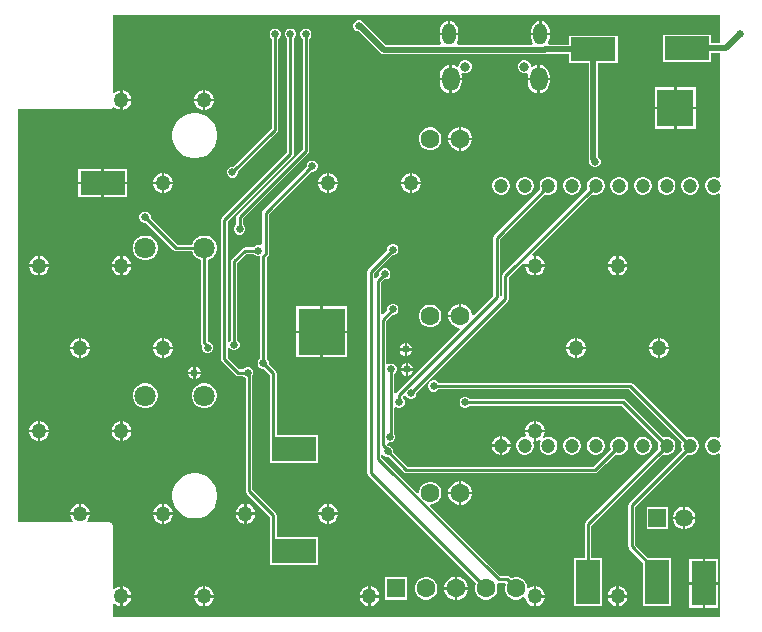
<source format=gbr>
%TF.GenerationSoftware,Altium Limited,Altium Designer,21.6.1 (37)*%
G04 Layer_Physical_Order=2*
G04 Layer_Color=16711680*
%FSLAX43Y43*%
%MOMM*%
%TF.SameCoordinates,722F286E-688C-4CC3-9CBB-BCC5CCC684D6*%
%TF.FilePolarity,Positive*%
%TF.FileFunction,Copper,L2,Bot,Signal*%
%TF.Part,Single*%
G01*
G75*
%TA.AperFunction,SMDPad,CuDef*%
%ADD15R,3.100X3.100*%
%ADD20R,3.930X3.930*%
%TA.AperFunction,Conductor*%
%ADD25C,0.254*%
%ADD26C,0.500*%
%TA.AperFunction,ComponentPad*%
%ADD29O,1.450X2.000*%
%ADD30O,1.150X1.800*%
%ADD31C,0.800*%
%ADD32C,1.200*%
%ADD33C,1.600*%
%ADD34R,1.600X1.600*%
%ADD35R,1.500X1.500*%
%ADD36C,1.500*%
%ADD37C,1.800*%
%TA.AperFunction,ViaPad*%
%ADD38C,0.650*%
%ADD39C,1.270*%
%ADD40C,0.750*%
%TA.AperFunction,SMDPad,CuDef*%
%ADD41R,2.030X3.800*%
%ADD42R,3.800X2.030*%
G36*
X59690Y48808D02*
X58950D01*
Y49565D01*
X54850D01*
Y47235D01*
X58950D01*
Y47992D01*
X59690D01*
Y37479D01*
X59540Y37396D01*
X59439Y37454D01*
X59249Y37505D01*
X59051D01*
X58861Y37454D01*
X58689Y37355D01*
X58550Y37216D01*
X58451Y37044D01*
X58400Y36854D01*
Y36656D01*
X58451Y36466D01*
X58550Y36294D01*
X58689Y36155D01*
X58861Y36056D01*
X59051Y36005D01*
X59249D01*
X59439Y36056D01*
X59540Y36114D01*
X59690Y36031D01*
Y15479D01*
X59540Y15396D01*
X59439Y15454D01*
X59249Y15505D01*
X59051D01*
X58861Y15454D01*
X58689Y15355D01*
X58550Y15216D01*
X58451Y15044D01*
X58400Y14854D01*
Y14656D01*
X58451Y14466D01*
X58550Y14294D01*
X58689Y14155D01*
X58861Y14056D01*
X59051Y14005D01*
X59249D01*
X59439Y14056D01*
X59540Y14114D01*
X59690Y14031D01*
Y255D01*
X8255D01*
Y1352D01*
X8405Y1414D01*
X8487Y1332D01*
X8678Y1222D01*
X8890Y1165D01*
X8900D01*
Y2000D01*
Y2835D01*
X8890D01*
X8678Y2778D01*
X8487Y2668D01*
X8405Y2586D01*
X8255Y2648D01*
Y8000D01*
X8235Y8098D01*
X8180Y8180D01*
X8098Y8235D01*
X8000Y8255D01*
X6148D01*
X6086Y8405D01*
X6168Y8487D01*
X6278Y8678D01*
X6335Y8890D01*
Y8900D01*
X4665D01*
Y8890D01*
X4722Y8678D01*
X4832Y8487D01*
X4914Y8405D01*
X4852Y8255D01*
X255D01*
Y43245D01*
X8000D01*
X8098Y43265D01*
X8180Y43320D01*
X8224Y43385D01*
X8283Y43410D01*
X8393Y43426D01*
X8487Y43332D01*
X8678Y43222D01*
X8890Y43165D01*
X8900D01*
Y44000D01*
Y44835D01*
X8890D01*
X8678Y44778D01*
X8487Y44668D01*
X8405Y44586D01*
X8255Y44648D01*
Y51245D01*
X59690D01*
Y48808D01*
D02*
G37*
%LPC*%
G36*
X44575Y50685D02*
Y49691D01*
X45257D01*
Y49916D01*
X45230Y50118D01*
X45152Y50307D01*
X45028Y50469D01*
X44866Y50593D01*
X44677Y50671D01*
X44575Y50685D01*
D02*
G37*
G36*
X36825Y50685D02*
Y49691D01*
X37507D01*
Y49916D01*
X37480Y50118D01*
X37402Y50307D01*
X37278Y50469D01*
X37116Y50593D01*
X36927Y50671D01*
X36825Y50685D01*
D02*
G37*
G36*
X36625Y50685D02*
X36523Y50671D01*
X36334Y50593D01*
X36172Y50469D01*
X36048Y50307D01*
X35970Y50118D01*
X35943Y49916D01*
Y49691D01*
X36625D01*
Y50685D01*
D02*
G37*
G36*
X44375Y50685D02*
X44273Y50671D01*
X44084Y50593D01*
X43922Y50469D01*
X43798Y50307D01*
X43720Y50118D01*
X43693Y49916D01*
Y49691D01*
X44375D01*
Y50685D01*
D02*
G37*
G36*
X38209Y47391D02*
X37991D01*
X37788Y47307D01*
X37634Y47153D01*
X37550Y46950D01*
Y46903D01*
X37400Y46829D01*
X37341Y46874D01*
X37116Y46967D01*
X36975Y46986D01*
Y45891D01*
X37808D01*
Y46066D01*
X37789Y46212D01*
X37926Y46318D01*
X37991Y46291D01*
X38209D01*
X38412Y46375D01*
X38566Y46529D01*
X38650Y46732D01*
Y46950D01*
X38566Y47153D01*
X38412Y47307D01*
X38209Y47391D01*
D02*
G37*
G36*
X44425Y46986D02*
Y45891D01*
X45258D01*
Y46066D01*
X45226Y46307D01*
X45133Y46532D01*
X44985Y46726D01*
X44791Y46874D01*
X44566Y46967D01*
X44425Y46986D01*
D02*
G37*
G36*
X36775Y46986D02*
X36634Y46967D01*
X36409Y46874D01*
X36215Y46726D01*
X36067Y46532D01*
X35974Y46307D01*
X35942Y46066D01*
Y45891D01*
X36775D01*
Y46986D01*
D02*
G37*
G36*
X43209Y47391D02*
X42991D01*
X42788Y47307D01*
X42634Y47153D01*
X42550Y46950D01*
Y46732D01*
X42634Y46529D01*
X42788Y46375D01*
X42991Y46291D01*
X43209D01*
X43274Y46318D01*
X43411Y46212D01*
X43392Y46066D01*
Y45891D01*
X44225D01*
Y46986D01*
X44084Y46967D01*
X43859Y46874D01*
X43800Y46829D01*
X43650Y46903D01*
Y46950D01*
X43566Y47153D01*
X43412Y47307D01*
X43209Y47391D01*
D02*
G37*
G36*
X36775Y45691D02*
X35942D01*
Y45516D01*
X35974Y45275D01*
X36067Y45050D01*
X36215Y44856D01*
X36409Y44708D01*
X36634Y44615D01*
X36775Y44596D01*
Y45691D01*
D02*
G37*
G36*
X45258D02*
X44425D01*
Y44596D01*
X44566Y44615D01*
X44791Y44708D01*
X44985Y44856D01*
X45133Y45050D01*
X45226Y45275D01*
X45258Y45516D01*
Y45691D01*
D02*
G37*
G36*
X44225D02*
X43392D01*
Y45516D01*
X43424Y45275D01*
X43517Y45050D01*
X43665Y44856D01*
X43859Y44708D01*
X44084Y44615D01*
X44225Y44596D01*
Y45691D01*
D02*
G37*
G36*
X37808D02*
X36975D01*
Y44596D01*
X37116Y44615D01*
X37341Y44708D01*
X37535Y44856D01*
X37683Y45050D01*
X37776Y45275D01*
X37808Y45516D01*
Y45691D01*
D02*
G37*
G36*
X16110Y44835D02*
X16100D01*
Y44100D01*
X16835D01*
Y44110D01*
X16778Y44322D01*
X16668Y44513D01*
X16513Y44668D01*
X16322Y44778D01*
X16110Y44835D01*
D02*
G37*
G36*
X15900D02*
X15890D01*
X15678Y44778D01*
X15487Y44668D01*
X15332Y44513D01*
X15222Y44322D01*
X15165Y44110D01*
Y44100D01*
X15900D01*
Y44835D01*
D02*
G37*
G36*
X9110D02*
X9100D01*
Y44100D01*
X9835D01*
Y44110D01*
X9778Y44322D01*
X9668Y44513D01*
X9513Y44668D01*
X9322Y44778D01*
X9110Y44835D01*
D02*
G37*
G36*
X57650Y45082D02*
X56000D01*
Y43432D01*
X57650D01*
Y45082D01*
D02*
G37*
G36*
X55800D02*
X54150D01*
Y43432D01*
X55800D01*
Y45082D01*
D02*
G37*
G36*
X16835Y43900D02*
X16100D01*
Y43165D01*
X16110D01*
X16322Y43222D01*
X16513Y43332D01*
X16668Y43487D01*
X16778Y43678D01*
X16835Y43890D01*
Y43900D01*
D02*
G37*
G36*
X15900D02*
X15165D01*
Y43890D01*
X15222Y43678D01*
X15332Y43487D01*
X15487Y43332D01*
X15678Y43222D01*
X15890Y43165D01*
X15900D01*
Y43900D01*
D02*
G37*
G36*
X9835D02*
X9100D01*
Y43165D01*
X9110D01*
X9322Y43222D01*
X9513Y43332D01*
X9668Y43487D01*
X9778Y43678D01*
X9835Y43890D01*
Y43900D01*
D02*
G37*
G36*
X57650Y43232D02*
X56000D01*
Y41582D01*
X57650D01*
Y43232D01*
D02*
G37*
G36*
X55800D02*
X54150D01*
Y41582D01*
X55800D01*
Y43232D01*
D02*
G37*
G36*
X37812Y41746D02*
X37780D01*
Y40846D01*
X38680D01*
Y40878D01*
X38612Y41132D01*
X38480Y41360D01*
X38294Y41546D01*
X38066Y41678D01*
X37812Y41746D01*
D02*
G37*
G36*
X37580D02*
X37548D01*
X37294Y41678D01*
X37066Y41546D01*
X36880Y41360D01*
X36748Y41132D01*
X36680Y40878D01*
Y40846D01*
X37580D01*
Y41746D01*
D02*
G37*
G36*
X35265Y41696D02*
X35015D01*
X34773Y41631D01*
X34557Y41506D01*
X34380Y41330D01*
X34255Y41113D01*
X34190Y40871D01*
Y40621D01*
X34255Y40380D01*
X34380Y40163D01*
X34557Y39986D01*
X34773Y39861D01*
X35015Y39796D01*
X35265D01*
X35507Y39861D01*
X35723Y39986D01*
X35900Y40163D01*
X36025Y40380D01*
X36090Y40621D01*
Y40871D01*
X36025Y41113D01*
X35900Y41330D01*
X35723Y41506D01*
X35507Y41631D01*
X35265Y41696D01*
D02*
G37*
G36*
X38680Y40646D02*
X37780D01*
Y39746D01*
X37812D01*
X38066Y39814D01*
X38294Y39946D01*
X38480Y40132D01*
X38612Y40360D01*
X38680Y40615D01*
Y40646D01*
D02*
G37*
G36*
X37580D02*
X36680D01*
Y40615D01*
X36748Y40360D01*
X36880Y40132D01*
X37066Y39946D01*
X37294Y39814D01*
X37548Y39746D01*
X37580D01*
Y40646D01*
D02*
G37*
G36*
X15403Y42915D02*
X15027D01*
X14659Y42842D01*
X14313Y42698D01*
X14001Y42490D01*
X13735Y42224D01*
X13527Y41912D01*
X13383Y41566D01*
X13310Y41198D01*
Y40822D01*
X13383Y40454D01*
X13527Y40108D01*
X13735Y39796D01*
X14001Y39530D01*
X14313Y39322D01*
X14659Y39178D01*
X15027Y39105D01*
X15403D01*
X15771Y39178D01*
X16117Y39322D01*
X16429Y39530D01*
X16695Y39796D01*
X16903Y40108D01*
X17047Y40454D01*
X17120Y40822D01*
Y41198D01*
X17047Y41566D01*
X16903Y41912D01*
X16695Y42224D01*
X16429Y42490D01*
X16117Y42698D01*
X15771Y42842D01*
X15403Y42915D01*
D02*
G37*
G36*
X29194Y50775D02*
X29006D01*
X28831Y50703D01*
X28697Y50569D01*
X28625Y50394D01*
Y50206D01*
X28697Y50031D01*
X28831Y49897D01*
X29006Y49825D01*
X29098D01*
X30921Y48003D01*
X30921Y48003D01*
X31053Y47914D01*
X31209Y47883D01*
X31209Y47883D01*
X44879D01*
X44879Y47883D01*
X44924Y47892D01*
X46902D01*
Y47135D01*
X48544D01*
Y38989D01*
X48544Y38989D01*
X48575Y38833D01*
X48625Y38758D01*
Y38706D01*
X48697Y38531D01*
X48831Y38397D01*
X49006Y38325D01*
X49194D01*
X49369Y38397D01*
X49503Y38531D01*
X49575Y38706D01*
Y38894D01*
X49503Y39069D01*
X49369Y39203D01*
X49360Y39207D01*
Y47135D01*
X51002D01*
Y49465D01*
X46902D01*
Y48708D01*
X45213D01*
X45139Y48858D01*
X45152Y48875D01*
X45230Y49064D01*
X45257Y49266D01*
Y49491D01*
X44475D01*
X43693D01*
Y49266D01*
X43720Y49064D01*
X43798Y48875D01*
X43818Y48849D01*
X43744Y48699D01*
X37456D01*
X37382Y48849D01*
X37402Y48875D01*
X37480Y49064D01*
X37507Y49266D01*
Y49491D01*
X36725D01*
X35943D01*
Y49266D01*
X35970Y49064D01*
X36048Y48875D01*
X36068Y48849D01*
X35994Y48699D01*
X31378D01*
X29488Y50588D01*
X29473Y50598D01*
X29369Y50703D01*
X29194Y50775D01*
D02*
G37*
G36*
X22107Y50066D02*
X21918D01*
X21743Y49994D01*
X21609Y49860D01*
X21537Y49685D01*
Y49497D01*
X21609Y49322D01*
X21730Y49202D01*
Y41629D01*
X18476Y38375D01*
X18306D01*
X18131Y38303D01*
X17997Y38169D01*
X17925Y37994D01*
Y37806D01*
X17997Y37631D01*
X18131Y37497D01*
X18306Y37425D01*
X18494D01*
X18669Y37497D01*
X18803Y37631D01*
X18875Y37806D01*
Y37976D01*
X22212Y41312D01*
X22212Y41312D01*
X22273Y41404D01*
X22294Y41512D01*
X22294Y41512D01*
Y49202D01*
X22415Y49322D01*
X22487Y49497D01*
Y49685D01*
X22415Y49860D01*
X22281Y49994D01*
X22107Y50066D01*
D02*
G37*
G36*
X33610Y37835D02*
X33600D01*
Y37100D01*
X34335D01*
Y37110D01*
X34278Y37322D01*
X34168Y37513D01*
X34013Y37668D01*
X33822Y37778D01*
X33610Y37835D01*
D02*
G37*
G36*
X33400D02*
X33390D01*
X33178Y37778D01*
X32987Y37668D01*
X32832Y37513D01*
X32722Y37322D01*
X32665Y37110D01*
Y37100D01*
X33400D01*
Y37835D01*
D02*
G37*
G36*
X26610D02*
X26600D01*
Y37100D01*
X27335D01*
Y37110D01*
X27278Y37322D01*
X27168Y37513D01*
X27013Y37668D01*
X26822Y37778D01*
X26610Y37835D01*
D02*
G37*
G36*
X26400D02*
X26390D01*
X26178Y37778D01*
X25987Y37668D01*
X25832Y37513D01*
X25722Y37322D01*
X25665Y37110D01*
Y37100D01*
X26400D01*
Y37835D01*
D02*
G37*
G36*
X12610D02*
X12600D01*
Y37100D01*
X13335D01*
Y37110D01*
X13278Y37322D01*
X13168Y37513D01*
X13013Y37668D01*
X12822Y37778D01*
X12610Y37835D01*
D02*
G37*
G36*
X12400D02*
X12390D01*
X12178Y37778D01*
X11987Y37668D01*
X11832Y37513D01*
X11722Y37322D01*
X11665Y37110D01*
Y37100D01*
X12400D01*
Y37835D01*
D02*
G37*
G36*
X9500Y38215D02*
X7500D01*
Y37100D01*
X9500D01*
Y38215D01*
D02*
G37*
G36*
X7300D02*
X5300D01*
Y37100D01*
X7300D01*
Y38215D01*
D02*
G37*
G36*
X34335Y36900D02*
X33600D01*
Y36165D01*
X33610D01*
X33822Y36222D01*
X34013Y36332D01*
X34168Y36487D01*
X34278Y36678D01*
X34335Y36890D01*
Y36900D01*
D02*
G37*
G36*
X33400D02*
X32665D01*
Y36890D01*
X32722Y36678D01*
X32832Y36487D01*
X32987Y36332D01*
X33178Y36222D01*
X33390Y36165D01*
X33400D01*
Y36900D01*
D02*
G37*
G36*
X27335D02*
X26600D01*
Y36165D01*
X26610D01*
X26822Y36222D01*
X27013Y36332D01*
X27168Y36487D01*
X27278Y36678D01*
X27335Y36890D01*
Y36900D01*
D02*
G37*
G36*
X26400D02*
X25665D01*
Y36890D01*
X25722Y36678D01*
X25832Y36487D01*
X25987Y36332D01*
X26178Y36222D01*
X26390Y36165D01*
X26400D01*
Y36900D01*
D02*
G37*
G36*
X13335D02*
X12600D01*
Y36165D01*
X12610D01*
X12822Y36222D01*
X13013Y36332D01*
X13168Y36487D01*
X13278Y36678D01*
X13335Y36890D01*
Y36900D01*
D02*
G37*
G36*
X12400D02*
X11665D01*
Y36890D01*
X11722Y36678D01*
X11832Y36487D01*
X11987Y36332D01*
X12178Y36222D01*
X12390Y36165D01*
X12400D01*
Y36900D01*
D02*
G37*
G36*
X57249Y37505D02*
X57051D01*
X56861Y37454D01*
X56689Y37355D01*
X56550Y37216D01*
X56451Y37044D01*
X56400Y36854D01*
Y36656D01*
X56451Y36466D01*
X56550Y36294D01*
X56689Y36155D01*
X56861Y36056D01*
X57051Y36005D01*
X57249D01*
X57439Y36056D01*
X57611Y36155D01*
X57750Y36294D01*
X57849Y36466D01*
X57900Y36656D01*
Y36854D01*
X57849Y37044D01*
X57750Y37216D01*
X57611Y37355D01*
X57439Y37454D01*
X57249Y37505D01*
D02*
G37*
G36*
X55249D02*
X55051D01*
X54861Y37454D01*
X54689Y37355D01*
X54550Y37216D01*
X54451Y37044D01*
X54400Y36854D01*
Y36656D01*
X54451Y36466D01*
X54550Y36294D01*
X54689Y36155D01*
X54861Y36056D01*
X55051Y36005D01*
X55249D01*
X55439Y36056D01*
X55611Y36155D01*
X55750Y36294D01*
X55849Y36466D01*
X55900Y36656D01*
Y36854D01*
X55849Y37044D01*
X55750Y37216D01*
X55611Y37355D01*
X55439Y37454D01*
X55249Y37505D01*
D02*
G37*
G36*
X53249D02*
X53051D01*
X52861Y37454D01*
X52689Y37355D01*
X52550Y37216D01*
X52451Y37044D01*
X52400Y36854D01*
Y36656D01*
X52451Y36466D01*
X52550Y36294D01*
X52689Y36155D01*
X52861Y36056D01*
X53051Y36005D01*
X53249D01*
X53439Y36056D01*
X53611Y36155D01*
X53750Y36294D01*
X53849Y36466D01*
X53900Y36656D01*
Y36854D01*
X53849Y37044D01*
X53750Y37216D01*
X53611Y37355D01*
X53439Y37454D01*
X53249Y37505D01*
D02*
G37*
G36*
X51249D02*
X51051D01*
X50861Y37454D01*
X50689Y37355D01*
X50550Y37216D01*
X50451Y37044D01*
X50400Y36854D01*
Y36656D01*
X50451Y36466D01*
X50550Y36294D01*
X50689Y36155D01*
X50861Y36056D01*
X51051Y36005D01*
X51249D01*
X51439Y36056D01*
X51611Y36155D01*
X51750Y36294D01*
X51849Y36466D01*
X51900Y36656D01*
Y36854D01*
X51849Y37044D01*
X51750Y37216D01*
X51611Y37355D01*
X51439Y37454D01*
X51249Y37505D01*
D02*
G37*
G36*
X47249D02*
X47051D01*
X46861Y37454D01*
X46689Y37355D01*
X46550Y37216D01*
X46451Y37044D01*
X46400Y36854D01*
Y36656D01*
X46451Y36466D01*
X46550Y36294D01*
X46689Y36155D01*
X46861Y36056D01*
X47051Y36005D01*
X47249D01*
X47439Y36056D01*
X47611Y36155D01*
X47750Y36294D01*
X47849Y36466D01*
X47900Y36656D01*
Y36854D01*
X47849Y37044D01*
X47750Y37216D01*
X47611Y37355D01*
X47439Y37454D01*
X47249Y37505D01*
D02*
G37*
G36*
X49249D02*
X49051D01*
X48861Y37454D01*
X48689Y37355D01*
X48550Y37216D01*
X48451Y37044D01*
X48400Y36854D01*
Y36656D01*
X48451Y36466D01*
X48455Y36459D01*
X41306Y29311D01*
X41245Y29219D01*
X41224Y29111D01*
X41224Y29111D01*
Y27417D01*
X41198Y27387D01*
X41119Y27406D01*
X41048Y27470D01*
Y32254D01*
X44854Y36060D01*
X44861Y36056D01*
X45051Y36005D01*
X45249D01*
X45439Y36056D01*
X45611Y36155D01*
X45750Y36294D01*
X45849Y36466D01*
X45900Y36656D01*
Y36854D01*
X45849Y37044D01*
X45750Y37216D01*
X45611Y37355D01*
X45439Y37454D01*
X45249Y37505D01*
X45051D01*
X44861Y37454D01*
X44689Y37355D01*
X44550Y37216D01*
X44451Y37044D01*
X44400Y36854D01*
Y36656D01*
X44451Y36466D01*
X44455Y36459D01*
X40566Y32570D01*
X40505Y32479D01*
X40483Y32371D01*
X40483Y32371D01*
Y27426D01*
X38819Y25761D01*
X38680Y25819D01*
Y25878D01*
X38612Y26132D01*
X38480Y26360D01*
X38294Y26546D01*
X38066Y26678D01*
X37812Y26746D01*
X37780D01*
Y25746D01*
X37680D01*
Y25646D01*
X36680D01*
Y25615D01*
X36748Y25360D01*
X36880Y25132D01*
X37066Y24946D01*
X37294Y24814D01*
X37548Y24746D01*
X37608D01*
X37665Y24608D01*
X32312Y19255D01*
X32265Y19185D01*
X32176Y19189D01*
X32115Y19210D01*
Y20840D01*
X32236Y20960D01*
X32308Y21135D01*
Y21324D01*
X32236Y21498D01*
X32102Y21632D01*
X31927Y21704D01*
X31739D01*
X31564Y21632D01*
X31537Y21605D01*
X31387Y21668D01*
Y25302D01*
X31899Y25814D01*
X32069D01*
X32244Y25886D01*
X32378Y26020D01*
X32450Y26195D01*
Y26383D01*
X32378Y26558D01*
X32244Y26692D01*
X32069Y26764D01*
X31881D01*
X31706Y26692D01*
X31572Y26558D01*
X31500Y26383D01*
Y26213D01*
X31122Y25835D01*
X30983Y25893D01*
Y28584D01*
X31224Y28825D01*
X31394D01*
X31569Y28897D01*
X31703Y29031D01*
X31775Y29206D01*
Y29394D01*
X31703Y29569D01*
X31569Y29703D01*
X31394Y29775D01*
X31206D01*
X31031Y29703D01*
X30897Y29569D01*
X30825Y29394D01*
Y29224D01*
X30531Y28931D01*
X30413Y28964D01*
X30381Y28987D01*
Y29365D01*
X31899Y30883D01*
X32069D01*
X32244Y30955D01*
X32378Y31089D01*
X32450Y31264D01*
Y31452D01*
X32378Y31627D01*
X32244Y31761D01*
X32069Y31833D01*
X31881D01*
X31706Y31761D01*
X31572Y31627D01*
X31500Y31452D01*
Y31282D01*
X29899Y29682D01*
X29838Y29590D01*
X29817Y29482D01*
X29817Y29482D01*
Y12446D01*
X29817Y12446D01*
X29838Y12338D01*
X29899Y12246D01*
X39036Y3109D01*
X38993Y3034D01*
X38928Y2792D01*
Y2542D01*
X38993Y2300D01*
X39118Y2084D01*
X39295Y1907D01*
X39511Y1782D01*
X39753Y1717D01*
X40003D01*
X40245Y1782D01*
X40461Y1907D01*
X40638Y2084D01*
X40763Y2300D01*
X40828Y2542D01*
Y2792D01*
X40763Y3034D01*
X40760Y3040D01*
X40776Y3072D01*
X40863Y3161D01*
X40934Y3147D01*
X41425D01*
X41469Y3101D01*
X41523Y2997D01*
X41468Y2792D01*
Y2542D01*
X41533Y2300D01*
X41658Y2084D01*
X41835Y1907D01*
X42051Y1782D01*
X42293Y1717D01*
X42543D01*
X42785Y1782D01*
X43001Y1907D01*
X43031Y1937D01*
X43172Y1865D01*
X43222Y1678D01*
X43332Y1487D01*
X43487Y1332D01*
X43678Y1222D01*
X43890Y1165D01*
X43900D01*
Y2000D01*
Y2835D01*
X43890D01*
X43678Y2778D01*
X43518Y2686D01*
X43368Y2740D01*
Y2792D01*
X43303Y3034D01*
X43178Y3250D01*
X43001Y3427D01*
X42785Y3552D01*
X42543Y3617D01*
X42293D01*
X42051Y3552D01*
X41976Y3509D01*
X41856Y3629D01*
X41764Y3690D01*
X41656Y3711D01*
X41656Y3711D01*
X41051D01*
X35116Y9646D01*
X35178Y9796D01*
X35265D01*
X35507Y9861D01*
X35723Y9986D01*
X35900Y10163D01*
X36025Y10380D01*
X36090Y10621D01*
Y10871D01*
X36025Y11113D01*
X35900Y11330D01*
X35723Y11506D01*
X35507Y11631D01*
X35265Y11696D01*
X35015D01*
X34773Y11631D01*
X34557Y11506D01*
X34380Y11330D01*
X34255Y11113D01*
X34190Y10871D01*
Y10785D01*
X34040Y10723D01*
X30983Y13779D01*
Y13963D01*
X31127Y13994D01*
X31133Y13994D01*
X31266Y13861D01*
X31441Y13789D01*
X31611D01*
X32899Y12500D01*
X32991Y12439D01*
X33099Y12418D01*
X33099Y12418D01*
X49095D01*
X49095Y12418D01*
X49203Y12439D01*
X49295Y12500D01*
X49984Y13189D01*
X49984Y13189D01*
X50854Y14060D01*
X50861Y14056D01*
X51051Y14005D01*
X51249D01*
X51439Y14056D01*
X51611Y14155D01*
X51750Y14294D01*
X51849Y14466D01*
X51900Y14656D01*
Y14854D01*
X51849Y15044D01*
X51750Y15216D01*
X51611Y15355D01*
X51439Y15454D01*
X51249Y15505D01*
X51051D01*
X50861Y15454D01*
X50689Y15355D01*
X50550Y15216D01*
X50451Y15044D01*
X50400Y14854D01*
Y14656D01*
X50451Y14466D01*
X50455Y14459D01*
X49584Y13589D01*
X49584Y13589D01*
X48978Y12982D01*
X33216D01*
X32010Y14189D01*
Y14359D01*
X31938Y14533D01*
X31804Y14667D01*
X31629Y14739D01*
X31580D01*
X31475Y14851D01*
X31481Y14917D01*
X31613Y15025D01*
X31801D01*
X31976Y15097D01*
X32110Y15231D01*
X32182Y15406D01*
Y15594D01*
X32110Y15769D01*
X32089Y15790D01*
X32094Y15797D01*
X32115Y15905D01*
Y17944D01*
X32265Y18003D01*
X32418Y17940D01*
X32606D01*
X32781Y18012D01*
X32915Y18146D01*
X32987Y18321D01*
Y18509D01*
X32915Y18684D01*
X32814Y18785D01*
X32817Y18945D01*
X32908Y19026D01*
X33062Y18993D01*
X33097Y18908D01*
X33231Y18774D01*
X33406Y18702D01*
X33595D01*
X33769Y18774D01*
X33903Y18908D01*
X33975Y19083D01*
Y19253D01*
X41706Y26983D01*
X41706Y26983D01*
X41767Y27075D01*
X41788Y27183D01*
X41788Y27183D01*
Y28994D01*
X43048Y30254D01*
X43183Y30176D01*
X43165Y30110D01*
Y30100D01*
X43900D01*
Y30835D01*
X43890D01*
X43824Y30817D01*
X43746Y30952D01*
X48854Y36060D01*
X48861Y36056D01*
X49051Y36005D01*
X49249D01*
X49439Y36056D01*
X49611Y36155D01*
X49750Y36294D01*
X49849Y36466D01*
X49900Y36656D01*
Y36854D01*
X49849Y37044D01*
X49750Y37216D01*
X49611Y37355D01*
X49439Y37454D01*
X49249Y37505D01*
D02*
G37*
G36*
X43249D02*
X43051D01*
X42861Y37454D01*
X42689Y37355D01*
X42550Y37216D01*
X42451Y37044D01*
X42400Y36854D01*
Y36656D01*
X42451Y36466D01*
X42550Y36294D01*
X42689Y36155D01*
X42861Y36056D01*
X43051Y36005D01*
X43249D01*
X43439Y36056D01*
X43611Y36155D01*
X43750Y36294D01*
X43849Y36466D01*
X43900Y36656D01*
Y36854D01*
X43849Y37044D01*
X43750Y37216D01*
X43611Y37355D01*
X43439Y37454D01*
X43249Y37505D01*
D02*
G37*
G36*
X41249D02*
X41051D01*
X40861Y37454D01*
X40689Y37355D01*
X40550Y37216D01*
X40451Y37044D01*
X40400Y36854D01*
Y36656D01*
X40451Y36466D01*
X40550Y36294D01*
X40689Y36155D01*
X40861Y36056D01*
X41051Y36005D01*
X41249D01*
X41439Y36056D01*
X41611Y36155D01*
X41750Y36294D01*
X41849Y36466D01*
X41900Y36656D01*
Y36854D01*
X41849Y37044D01*
X41750Y37216D01*
X41611Y37355D01*
X41439Y37454D01*
X41249Y37505D01*
D02*
G37*
G36*
X9500Y36900D02*
X7500D01*
Y35785D01*
X9500D01*
Y36900D01*
D02*
G37*
G36*
X7300D02*
X5300D01*
Y35785D01*
X7300D01*
Y36900D01*
D02*
G37*
G36*
X24706Y50066D02*
X24518D01*
X24343Y49994D01*
X24209Y49860D01*
X24137Y49685D01*
Y49497D01*
X24209Y49322D01*
X24330Y49202D01*
Y39829D01*
X18800Y34300D01*
X18739Y34208D01*
X18718Y34100D01*
X18718Y34100D01*
Y33489D01*
X18597Y33369D01*
X18525Y33194D01*
Y33006D01*
X18597Y32831D01*
X18731Y32697D01*
X18906Y32625D01*
X19094D01*
X19269Y32697D01*
X19403Y32831D01*
X19475Y33006D01*
Y33194D01*
X19403Y33369D01*
X19282Y33489D01*
Y33983D01*
X24812Y39512D01*
X24812Y39512D01*
X24873Y39604D01*
X24894Y39712D01*
X24894Y39712D01*
Y49202D01*
X25015Y49322D01*
X25087Y49497D01*
Y49685D01*
X25015Y49860D01*
X24881Y49994D01*
X24706Y50066D01*
D02*
G37*
G36*
X11148Y32546D02*
X10872D01*
X10605Y32475D01*
X10365Y32336D01*
X10170Y32141D01*
X10032Y31902D01*
X9960Y31634D01*
Y31358D01*
X10032Y31091D01*
X10170Y30852D01*
X10365Y30656D01*
X10605Y30518D01*
X10872Y30446D01*
X11148D01*
X11415Y30518D01*
X11655Y30656D01*
X11850Y30852D01*
X11988Y31091D01*
X12060Y31358D01*
Y31634D01*
X11988Y31902D01*
X11850Y32141D01*
X11655Y32336D01*
X11415Y32475D01*
X11148Y32546D01*
D02*
G37*
G36*
X51110Y30835D02*
X51100D01*
Y30100D01*
X51835D01*
Y30110D01*
X51778Y30322D01*
X51668Y30513D01*
X51513Y30668D01*
X51322Y30778D01*
X51110Y30835D01*
D02*
G37*
G36*
X50900D02*
X50890D01*
X50678Y30778D01*
X50487Y30668D01*
X50332Y30513D01*
X50222Y30322D01*
X50165Y30110D01*
Y30100D01*
X50900D01*
Y30835D01*
D02*
G37*
G36*
X44110D02*
X44100D01*
Y30100D01*
X44835D01*
Y30110D01*
X44778Y30322D01*
X44668Y30513D01*
X44513Y30668D01*
X44322Y30778D01*
X44110Y30835D01*
D02*
G37*
G36*
X9110D02*
X9100D01*
Y30100D01*
X9835D01*
Y30110D01*
X9778Y30322D01*
X9668Y30513D01*
X9513Y30668D01*
X9322Y30778D01*
X9110Y30835D01*
D02*
G37*
G36*
X8900D02*
X8890D01*
X8678Y30778D01*
X8487Y30668D01*
X8332Y30513D01*
X8222Y30322D01*
X8165Y30110D01*
Y30100D01*
X8900D01*
Y30835D01*
D02*
G37*
G36*
X2110D02*
X2100D01*
Y30100D01*
X2835D01*
Y30110D01*
X2778Y30322D01*
X2668Y30513D01*
X2513Y30668D01*
X2322Y30778D01*
X2110Y30835D01*
D02*
G37*
G36*
X1900D02*
X1890D01*
X1678Y30778D01*
X1487Y30668D01*
X1332Y30513D01*
X1222Y30322D01*
X1165Y30110D01*
Y30100D01*
X1900D01*
Y30835D01*
D02*
G37*
G36*
X51835Y29900D02*
X51100D01*
Y29165D01*
X51110D01*
X51322Y29222D01*
X51513Y29332D01*
X51668Y29487D01*
X51778Y29678D01*
X51835Y29890D01*
Y29900D01*
D02*
G37*
G36*
X50900D02*
X50165D01*
Y29890D01*
X50222Y29678D01*
X50332Y29487D01*
X50487Y29332D01*
X50678Y29222D01*
X50890Y29165D01*
X50900D01*
Y29900D01*
D02*
G37*
G36*
X44835D02*
X44100D01*
Y29165D01*
X44110D01*
X44322Y29222D01*
X44513Y29332D01*
X44668Y29487D01*
X44778Y29678D01*
X44835Y29890D01*
Y29900D01*
D02*
G37*
G36*
X43900D02*
X43165D01*
Y29890D01*
X43222Y29678D01*
X43332Y29487D01*
X43487Y29332D01*
X43678Y29222D01*
X43890Y29165D01*
X43900D01*
Y29900D01*
D02*
G37*
G36*
X9835D02*
X9100D01*
Y29165D01*
X9110D01*
X9322Y29222D01*
X9513Y29332D01*
X9668Y29487D01*
X9778Y29678D01*
X9835Y29890D01*
Y29900D01*
D02*
G37*
G36*
X8900D02*
X8165D01*
Y29890D01*
X8222Y29678D01*
X8332Y29487D01*
X8487Y29332D01*
X8678Y29222D01*
X8890Y29165D01*
X8900D01*
Y29900D01*
D02*
G37*
G36*
X2835D02*
X2100D01*
Y29165D01*
X2110D01*
X2322Y29222D01*
X2513Y29332D01*
X2668Y29487D01*
X2778Y29678D01*
X2835Y29890D01*
Y29900D01*
D02*
G37*
G36*
X1900D02*
X1165D01*
Y29890D01*
X1222Y29678D01*
X1332Y29487D01*
X1487Y29332D01*
X1678Y29222D01*
X1890Y29165D01*
X1900D01*
Y29900D01*
D02*
G37*
G36*
X37580Y26746D02*
X37548D01*
X37294Y26678D01*
X37066Y26546D01*
X36880Y26360D01*
X36748Y26132D01*
X36680Y25878D01*
Y25846D01*
X37580D01*
Y26746D01*
D02*
G37*
G36*
X35265Y26696D02*
X35015D01*
X34773Y26631D01*
X34557Y26506D01*
X34380Y26330D01*
X34255Y26113D01*
X34190Y25871D01*
Y25621D01*
X34255Y25380D01*
X34380Y25163D01*
X34557Y24986D01*
X34773Y24861D01*
X35015Y24796D01*
X35265D01*
X35507Y24861D01*
X35723Y24986D01*
X35900Y25163D01*
X36025Y25380D01*
X36090Y25621D01*
Y25871D01*
X36025Y26113D01*
X35900Y26330D01*
X35723Y26506D01*
X35507Y26631D01*
X35265Y26696D01*
D02*
G37*
G36*
X28117Y26567D02*
X26052D01*
Y24502D01*
X28117D01*
Y26567D01*
D02*
G37*
G36*
X25852D02*
X23787D01*
Y24502D01*
X25852D01*
Y26567D01*
D02*
G37*
G36*
X54610Y23835D02*
X54600D01*
Y23100D01*
X55335D01*
Y23110D01*
X55278Y23322D01*
X55168Y23513D01*
X55013Y23668D01*
X54822Y23778D01*
X54610Y23835D01*
D02*
G37*
G36*
X54400D02*
X54390D01*
X54178Y23778D01*
X53987Y23668D01*
X53832Y23513D01*
X53722Y23322D01*
X53665Y23110D01*
Y23100D01*
X54400D01*
Y23835D01*
D02*
G37*
G36*
X47610D02*
X47600D01*
Y23100D01*
X48335D01*
Y23110D01*
X48278Y23322D01*
X48168Y23513D01*
X48013Y23668D01*
X47822Y23778D01*
X47610Y23835D01*
D02*
G37*
G36*
X47400D02*
X47390D01*
X47178Y23778D01*
X46987Y23668D01*
X46832Y23513D01*
X46722Y23322D01*
X46665Y23110D01*
Y23100D01*
X47400D01*
Y23835D01*
D02*
G37*
G36*
X12610D02*
X12600D01*
Y23100D01*
X13335D01*
Y23110D01*
X13278Y23322D01*
X13168Y23513D01*
X13013Y23668D01*
X12822Y23778D01*
X12610Y23835D01*
D02*
G37*
G36*
X12400D02*
X12390D01*
X12178Y23778D01*
X11987Y23668D01*
X11832Y23513D01*
X11722Y23322D01*
X11665Y23110D01*
Y23100D01*
X12400D01*
Y23835D01*
D02*
G37*
G36*
X5610D02*
X5600D01*
Y23100D01*
X6335D01*
Y23110D01*
X6278Y23322D01*
X6168Y23513D01*
X6013Y23668D01*
X5822Y23778D01*
X5610Y23835D01*
D02*
G37*
G36*
X5400D02*
X5390D01*
X5178Y23778D01*
X4987Y23668D01*
X4832Y23513D01*
X4722Y23322D01*
X4665Y23110D01*
Y23100D01*
X5400D01*
Y23835D01*
D02*
G37*
G36*
X33175Y23429D02*
X33170D01*
Y23004D01*
X33595D01*
Y23008D01*
X33515Y23201D01*
X33368Y23349D01*
X33175Y23429D01*
D02*
G37*
G36*
X32970D02*
X32966D01*
X32773Y23349D01*
X32625Y23201D01*
X32545Y23008D01*
Y23004D01*
X32970D01*
Y23429D01*
D02*
G37*
G36*
X11094Y34575D02*
X10906D01*
X10731Y34503D01*
X10597Y34369D01*
X10525Y34194D01*
Y34006D01*
X10597Y33831D01*
X10731Y33697D01*
X10906Y33625D01*
X11076D01*
X13404Y31297D01*
X13404Y31297D01*
X13496Y31235D01*
X13604Y31214D01*
X13604Y31214D01*
X14999D01*
X15032Y31091D01*
X15170Y30852D01*
X15365Y30656D01*
X15605Y30518D01*
X15728Y30485D01*
Y23459D01*
X15728Y23459D01*
X15749Y23351D01*
X15810Y23260D01*
X15851Y23219D01*
X15825Y23157D01*
Y22968D01*
X15897Y22793D01*
X16031Y22660D01*
X16206Y22587D01*
X16394D01*
X16569Y22660D01*
X16703Y22793D01*
X16775Y22968D01*
Y23157D01*
X16703Y23331D01*
X16569Y23465D01*
X16394Y23537D01*
X16332D01*
X16292Y23576D01*
Y30485D01*
X16415Y30518D01*
X16655Y30656D01*
X16850Y30852D01*
X16988Y31091D01*
X17060Y31358D01*
Y31634D01*
X16988Y31902D01*
X16850Y32141D01*
X16655Y32336D01*
X16415Y32475D01*
X16148Y32546D01*
X15872D01*
X15605Y32475D01*
X15365Y32336D01*
X15170Y32141D01*
X15032Y31902D01*
X14999Y31779D01*
X13721D01*
X11475Y34024D01*
Y34194D01*
X11403Y34369D01*
X11269Y34503D01*
X11094Y34575D01*
D02*
G37*
G36*
X33595Y22804D02*
X33170D01*
Y22379D01*
X33175D01*
X33368Y22459D01*
X33515Y22607D01*
X33595Y22800D01*
Y22804D01*
D02*
G37*
G36*
X32970D02*
X32545D01*
Y22800D01*
X32625Y22607D01*
X32773Y22459D01*
X32966Y22379D01*
X32970D01*
Y22804D01*
D02*
G37*
G36*
X28117Y24302D02*
X26052D01*
Y22237D01*
X28117D01*
Y24302D01*
D02*
G37*
G36*
X25852D02*
X23787D01*
Y22237D01*
X25852D01*
Y24302D01*
D02*
G37*
G36*
X55335Y22900D02*
X54600D01*
Y22165D01*
X54610D01*
X54822Y22222D01*
X55013Y22332D01*
X55168Y22487D01*
X55278Y22678D01*
X55335Y22890D01*
Y22900D01*
D02*
G37*
G36*
X54400D02*
X53665D01*
Y22890D01*
X53722Y22678D01*
X53832Y22487D01*
X53987Y22332D01*
X54178Y22222D01*
X54390Y22165D01*
X54400D01*
Y22900D01*
D02*
G37*
G36*
X48335D02*
X47600D01*
Y22165D01*
X47610D01*
X47822Y22222D01*
X48013Y22332D01*
X48168Y22487D01*
X48278Y22678D01*
X48335Y22890D01*
Y22900D01*
D02*
G37*
G36*
X47400D02*
X46665D01*
Y22890D01*
X46722Y22678D01*
X46832Y22487D01*
X46987Y22332D01*
X47178Y22222D01*
X47390Y22165D01*
X47400D01*
Y22900D01*
D02*
G37*
G36*
X13335D02*
X12600D01*
Y22165D01*
X12610D01*
X12822Y22222D01*
X13013Y22332D01*
X13168Y22487D01*
X13278Y22678D01*
X13335Y22890D01*
Y22900D01*
D02*
G37*
G36*
X12400D02*
X11665D01*
Y22890D01*
X11722Y22678D01*
X11832Y22487D01*
X11987Y22332D01*
X12178Y22222D01*
X12390Y22165D01*
X12400D01*
Y22900D01*
D02*
G37*
G36*
X6335D02*
X5600D01*
Y22165D01*
X5610D01*
X5822Y22222D01*
X6013Y22332D01*
X6168Y22487D01*
X6278Y22678D01*
X6335Y22890D01*
Y22900D01*
D02*
G37*
G36*
X5400D02*
X4665D01*
Y22890D01*
X4722Y22678D01*
X4832Y22487D01*
X4987Y22332D01*
X5178Y22222D01*
X5390Y22165D01*
X5400D01*
Y22900D01*
D02*
G37*
G36*
X33275Y21734D02*
X33270D01*
Y21309D01*
X33695D01*
Y21313D01*
X33615Y21506D01*
X33468Y21654D01*
X33275Y21734D01*
D02*
G37*
G36*
X33070D02*
X33066D01*
X32873Y21654D01*
X32725Y21506D01*
X32645Y21313D01*
Y21309D01*
X33070D01*
Y21734D01*
D02*
G37*
G36*
X15286Y21455D02*
X15281D01*
Y21030D01*
X15706D01*
Y21035D01*
X15626Y21228D01*
X15479Y21375D01*
X15286Y21455D01*
D02*
G37*
G36*
X15081D02*
X15077D01*
X14884Y21375D01*
X14736Y21228D01*
X14656Y21035D01*
Y21030D01*
X15081D01*
Y21455D01*
D02*
G37*
G36*
X33695Y21109D02*
X33270D01*
Y20684D01*
X33275D01*
X33468Y20764D01*
X33615Y20912D01*
X33695Y21105D01*
Y21109D01*
D02*
G37*
G36*
X33070D02*
X32645D01*
Y21105D01*
X32725Y20912D01*
X32873Y20764D01*
X33066Y20684D01*
X33070D01*
Y21109D01*
D02*
G37*
G36*
X15706Y20830D02*
X15281D01*
Y20405D01*
X15286D01*
X15479Y20485D01*
X15626Y20633D01*
X15706Y20826D01*
Y20830D01*
D02*
G37*
G36*
X15081D02*
X14656D01*
Y20826D01*
X14736Y20633D01*
X14884Y20485D01*
X15077Y20405D01*
X15081D01*
Y20830D01*
D02*
G37*
G36*
X16148Y20046D02*
X15872D01*
X15605Y19975D01*
X15365Y19836D01*
X15170Y19641D01*
X15032Y19402D01*
X14960Y19134D01*
Y18858D01*
X15032Y18591D01*
X15170Y18352D01*
X15365Y18156D01*
X15605Y18018D01*
X15872Y17946D01*
X16148D01*
X16415Y18018D01*
X16655Y18156D01*
X16850Y18352D01*
X16988Y18591D01*
X17060Y18858D01*
Y19134D01*
X16988Y19402D01*
X16850Y19641D01*
X16655Y19836D01*
X16415Y19975D01*
X16148Y20046D01*
D02*
G37*
G36*
X11148D02*
X10872D01*
X10605Y19975D01*
X10365Y19836D01*
X10170Y19641D01*
X10032Y19402D01*
X9960Y19134D01*
Y18858D01*
X10032Y18591D01*
X10170Y18352D01*
X10365Y18156D01*
X10605Y18018D01*
X10872Y17946D01*
X11148D01*
X11415Y18018D01*
X11655Y18156D01*
X11850Y18352D01*
X11988Y18591D01*
X12060Y18858D01*
Y19134D01*
X11988Y19402D01*
X11850Y19641D01*
X11655Y19836D01*
X11415Y19975D01*
X11148Y20046D01*
D02*
G37*
G36*
X44110Y16835D02*
X44100D01*
Y16100D01*
X44835D01*
Y16110D01*
X44778Y16322D01*
X44668Y16513D01*
X44513Y16668D01*
X44322Y16778D01*
X44110Y16835D01*
D02*
G37*
G36*
X43900D02*
X43890D01*
X43678Y16778D01*
X43487Y16668D01*
X43332Y16513D01*
X43222Y16322D01*
X43165Y16110D01*
Y16100D01*
X43900D01*
Y16835D01*
D02*
G37*
G36*
X9110D02*
X9100D01*
Y16100D01*
X9835D01*
Y16110D01*
X9778Y16322D01*
X9668Y16513D01*
X9513Y16668D01*
X9322Y16778D01*
X9110Y16835D01*
D02*
G37*
G36*
X8900D02*
X8890D01*
X8678Y16778D01*
X8487Y16668D01*
X8332Y16513D01*
X8222Y16322D01*
X8165Y16110D01*
Y16100D01*
X8900D01*
Y16835D01*
D02*
G37*
G36*
X2110D02*
X2100D01*
Y16100D01*
X2835D01*
Y16110D01*
X2778Y16322D01*
X2668Y16513D01*
X2513Y16668D01*
X2322Y16778D01*
X2110Y16835D01*
D02*
G37*
G36*
X1900D02*
X1890D01*
X1678Y16778D01*
X1487Y16668D01*
X1332Y16513D01*
X1222Y16322D01*
X1165Y16110D01*
Y16100D01*
X1900D01*
Y16835D01*
D02*
G37*
G36*
X9835Y15900D02*
X9100D01*
Y15165D01*
X9110D01*
X9322Y15222D01*
X9513Y15332D01*
X9668Y15487D01*
X9778Y15678D01*
X9835Y15890D01*
Y15900D01*
D02*
G37*
G36*
X8900D02*
X8165D01*
Y15890D01*
X8222Y15678D01*
X8332Y15487D01*
X8487Y15332D01*
X8678Y15222D01*
X8890Y15165D01*
X8900D01*
Y15900D01*
D02*
G37*
G36*
X2835D02*
X2100D01*
Y15165D01*
X2110D01*
X2322Y15222D01*
X2513Y15332D01*
X2668Y15487D01*
X2778Y15678D01*
X2835Y15890D01*
Y15900D01*
D02*
G37*
G36*
X1900D02*
X1165D01*
Y15890D01*
X1222Y15678D01*
X1332Y15487D01*
X1487Y15332D01*
X1678Y15222D01*
X1890Y15165D01*
X1900D01*
Y15900D01*
D02*
G37*
G36*
X41255Y15555D02*
X41250D01*
Y14855D01*
X41950D01*
Y14860D01*
X41895Y15064D01*
X41790Y15246D01*
X41641Y15395D01*
X41459Y15500D01*
X41255Y15555D01*
D02*
G37*
G36*
X41050D02*
X41045D01*
X40841Y15500D01*
X40659Y15395D01*
X40510Y15246D01*
X40405Y15064D01*
X40350Y14860D01*
Y14855D01*
X41050D01*
Y15555D01*
D02*
G37*
G36*
X35527Y20287D02*
X35339D01*
X35164Y20215D01*
X35030Y20081D01*
X34958Y19906D01*
Y19718D01*
X35030Y19543D01*
X35164Y19409D01*
X35339Y19337D01*
X35527D01*
X35702Y19409D01*
X35822Y19530D01*
X51976D01*
X56455Y15051D01*
X56451Y15044D01*
X56400Y14854D01*
Y14656D01*
X56451Y14466D01*
X56493Y14393D01*
X52000Y9900D01*
X51939Y9808D01*
X51918Y9700D01*
X51918Y9700D01*
Y6244D01*
X51918Y6244D01*
X51939Y6136D01*
X52000Y6044D01*
X53194Y4851D01*
Y1150D01*
X55524D01*
Y5250D01*
X53593D01*
X52482Y6361D01*
Y9583D01*
X56935Y14036D01*
X57051Y14005D01*
X57249D01*
X57439Y14056D01*
X57611Y14155D01*
X57750Y14294D01*
X57849Y14466D01*
X57900Y14656D01*
Y14854D01*
X57849Y15044D01*
X57750Y15216D01*
X57611Y15355D01*
X57439Y15454D01*
X57249Y15505D01*
X57051D01*
X56861Y15454D01*
X56854Y15450D01*
X52293Y20012D01*
X52201Y20073D01*
X52093Y20094D01*
X52093Y20094D01*
X35822D01*
X35702Y20215D01*
X35527Y20287D01*
D02*
G37*
G36*
X38194Y18890D02*
X38006D01*
X37831Y18818D01*
X37697Y18684D01*
X37625Y18509D01*
Y18321D01*
X37697Y18146D01*
X37831Y18012D01*
X38006Y17940D01*
X38194D01*
X38369Y18012D01*
X38489Y18133D01*
X51373D01*
X54455Y15051D01*
X54451Y15044D01*
X54400Y14854D01*
Y14656D01*
X54451Y14466D01*
X54455Y14459D01*
X48300Y8305D01*
X48239Y8213D01*
X48218Y8105D01*
X48218Y8105D01*
Y5250D01*
X47335D01*
Y1150D01*
X49665D01*
Y5250D01*
X48782D01*
Y7988D01*
X54854Y14060D01*
X54861Y14056D01*
X55051Y14005D01*
X55249D01*
X55439Y14056D01*
X55611Y14155D01*
X55750Y14294D01*
X55849Y14466D01*
X55900Y14656D01*
Y14854D01*
X55849Y15044D01*
X55750Y15216D01*
X55611Y15355D01*
X55439Y15454D01*
X55249Y15505D01*
X55051D01*
X54861Y15454D01*
X54854Y15450D01*
X51690Y18615D01*
X51598Y18676D01*
X51490Y18697D01*
X51490Y18697D01*
X38489D01*
X38369Y18818D01*
X38194Y18890D01*
D02*
G37*
G36*
X53249Y15505D02*
X53051D01*
X52861Y15454D01*
X52689Y15355D01*
X52550Y15216D01*
X52451Y15044D01*
X52400Y14854D01*
Y14656D01*
X52451Y14466D01*
X52550Y14294D01*
X52689Y14155D01*
X52861Y14056D01*
X53051Y14005D01*
X53249D01*
X53439Y14056D01*
X53611Y14155D01*
X53750Y14294D01*
X53849Y14466D01*
X53900Y14656D01*
Y14854D01*
X53849Y15044D01*
X53750Y15216D01*
X53611Y15355D01*
X53439Y15454D01*
X53249Y15505D01*
D02*
G37*
G36*
X49249D02*
X49051D01*
X48861Y15454D01*
X48689Y15355D01*
X48550Y15216D01*
X48451Y15044D01*
X48400Y14854D01*
Y14656D01*
X48451Y14466D01*
X48550Y14294D01*
X48689Y14155D01*
X48861Y14056D01*
X49051Y14005D01*
X49249D01*
X49439Y14056D01*
X49611Y14155D01*
X49750Y14294D01*
X49849Y14466D01*
X49900Y14656D01*
Y14854D01*
X49849Y15044D01*
X49750Y15216D01*
X49611Y15355D01*
X49439Y15454D01*
X49249Y15505D01*
D02*
G37*
G36*
X47249D02*
X47051D01*
X46861Y15454D01*
X46689Y15355D01*
X46550Y15216D01*
X46451Y15044D01*
X46400Y14854D01*
Y14656D01*
X46451Y14466D01*
X46550Y14294D01*
X46689Y14155D01*
X46861Y14056D01*
X47051Y14005D01*
X47249D01*
X47439Y14056D01*
X47611Y14155D01*
X47750Y14294D01*
X47849Y14466D01*
X47900Y14656D01*
Y14854D01*
X47849Y15044D01*
X47750Y15216D01*
X47611Y15355D01*
X47439Y15454D01*
X47249Y15505D01*
D02*
G37*
G36*
X44835Y15900D02*
X44100D01*
Y15165D01*
X44110D01*
X44322Y15222D01*
X44409Y15272D01*
X44519Y15162D01*
X44451Y15044D01*
X44400Y14854D01*
Y14656D01*
X44451Y14466D01*
X44550Y14294D01*
X44689Y14155D01*
X44861Y14056D01*
X45051Y14005D01*
X45249D01*
X45439Y14056D01*
X45611Y14155D01*
X45750Y14294D01*
X45849Y14466D01*
X45900Y14656D01*
Y14854D01*
X45849Y15044D01*
X45750Y15216D01*
X45611Y15355D01*
X45439Y15454D01*
X45249Y15505D01*
X45051D01*
X44861Y15454D01*
X44803Y15421D01*
X44693Y15530D01*
X44778Y15678D01*
X44835Y15890D01*
Y15900D01*
D02*
G37*
G36*
X43900D02*
X43165D01*
Y15890D01*
X43222Y15678D01*
X43235Y15655D01*
X43148Y15505D01*
X43051D01*
X42861Y15454D01*
X42689Y15355D01*
X42550Y15216D01*
X42451Y15044D01*
X42400Y14854D01*
Y14656D01*
X42451Y14466D01*
X42550Y14294D01*
X42689Y14155D01*
X42861Y14056D01*
X43051Y14005D01*
X43249D01*
X43439Y14056D01*
X43611Y14155D01*
X43750Y14294D01*
X43849Y14466D01*
X43900Y14656D01*
Y14854D01*
X43855Y15021D01*
X43861Y15045D01*
X43886Y15087D01*
X43900Y15104D01*
Y15900D01*
D02*
G37*
G36*
X41950Y14655D02*
X41250D01*
Y13955D01*
X41255D01*
X41459Y14010D01*
X41641Y14115D01*
X41790Y14264D01*
X41895Y14446D01*
X41950Y14650D01*
Y14655D01*
D02*
G37*
G36*
X41050D02*
X40350D01*
Y14650D01*
X40405Y14446D01*
X40510Y14264D01*
X40659Y14115D01*
X40841Y14010D01*
X41045Y13955D01*
X41050D01*
Y14655D01*
D02*
G37*
G36*
X23406Y50066D02*
X23218D01*
X23043Y49994D01*
X22909Y49860D01*
X22837Y49685D01*
Y49497D01*
X22909Y49322D01*
X23030Y49202D01*
Y39580D01*
X17500Y34051D01*
X17439Y33959D01*
X17418Y33851D01*
X17418Y33851D01*
Y22100D01*
X17418Y22100D01*
X17439Y21992D01*
X17500Y21900D01*
X18657Y20744D01*
X18748Y20683D01*
X18857Y20661D01*
X18857Y20661D01*
X19294D01*
X19414Y20541D01*
X19518Y20498D01*
Y10900D01*
X19518Y10900D01*
X19539Y10792D01*
X19600Y10700D01*
X21567Y8734D01*
Y6730D01*
X21567Y6730D01*
X21572Y6703D01*
Y4677D01*
X25672D01*
Y7007D01*
X22131D01*
Y8851D01*
X22131Y8851D01*
X22110Y8959D01*
X22049Y9051D01*
X22049Y9051D01*
X20082Y11017D01*
Y20671D01*
X20086Y20674D01*
X20158Y20849D01*
Y21038D01*
X20086Y21213D01*
X19952Y21346D01*
X19778Y21418D01*
X19589D01*
X19414Y21346D01*
X19294Y21226D01*
X18974D01*
X17982Y22217D01*
Y23020D01*
X18132Y23050D01*
X18139Y23033D01*
X18273Y22900D01*
X18448Y22827D01*
X18636D01*
X18811Y22900D01*
X18945Y23033D01*
X19017Y23208D01*
Y23397D01*
X18945Y23571D01*
X18824Y23692D01*
Y30236D01*
X19569Y30981D01*
X20208D01*
X20328Y30861D01*
X20503Y30789D01*
X20692D01*
X20718Y30771D01*
Y22120D01*
X20597Y22000D01*
X20525Y21825D01*
Y21636D01*
X20597Y21462D01*
X20731Y21328D01*
X20906Y21256D01*
X21076D01*
X21567Y20765D01*
Y15366D01*
X21567Y15366D01*
X21572Y15339D01*
Y13313D01*
X25672D01*
Y15643D01*
X22131D01*
Y20882D01*
X22110Y20990D01*
X22049Y21082D01*
X22049Y21082D01*
X21475Y21655D01*
Y21825D01*
X21403Y22000D01*
X21282Y22120D01*
Y30698D01*
X21399Y30814D01*
X21399Y30814D01*
X21460Y30906D01*
X21482Y31014D01*
Y34350D01*
X25078Y37946D01*
X25248D01*
X25423Y38019D01*
X25556Y38152D01*
X25629Y38327D01*
Y38516D01*
X25556Y38690D01*
X25423Y38824D01*
X25248Y38896D01*
X25059D01*
X24885Y38824D01*
X24751Y38690D01*
X24679Y38516D01*
Y38346D01*
X21000Y34667D01*
X20938Y34575D01*
X20917Y34467D01*
X20917Y34467D01*
Y31808D01*
X20767Y31707D01*
X20692Y31739D01*
X20503D01*
X20328Y31666D01*
X20208Y31546D01*
X19452D01*
X19452Y31546D01*
X19344Y31524D01*
X19252Y31463D01*
X18342Y30553D01*
X18281Y30462D01*
X18260Y30353D01*
X18260Y30353D01*
Y23692D01*
X18139Y23571D01*
X18132Y23555D01*
X17982Y23585D01*
Y33734D01*
X23512Y39264D01*
X23512Y39264D01*
X23573Y39355D01*
X23594Y39463D01*
X23594Y39463D01*
Y49202D01*
X23715Y49322D01*
X23787Y49497D01*
Y49685D01*
X23715Y49860D01*
X23581Y49994D01*
X23406Y50066D01*
D02*
G37*
G36*
X37812Y11746D02*
X37780D01*
Y10846D01*
X38680D01*
Y10878D01*
X38612Y11132D01*
X38480Y11360D01*
X38294Y11546D01*
X38066Y11678D01*
X37812Y11746D01*
D02*
G37*
G36*
X37580D02*
X37548D01*
X37294Y11678D01*
X37066Y11546D01*
X36880Y11360D01*
X36748Y11132D01*
X36680Y10878D01*
Y10846D01*
X37580D01*
Y11746D01*
D02*
G37*
G36*
X38680Y10646D02*
X37780D01*
Y9746D01*
X37812D01*
X38066Y9814D01*
X38294Y9946D01*
X38480Y10132D01*
X38612Y10360D01*
X38680Y10615D01*
Y10646D01*
D02*
G37*
G36*
X37580D02*
X36680D01*
Y10615D01*
X36748Y10360D01*
X36880Y10132D01*
X37066Y9946D01*
X37294Y9814D01*
X37548Y9746D01*
X37580D01*
Y10646D01*
D02*
G37*
G36*
X26610Y9835D02*
X26600D01*
Y9100D01*
X27335D01*
Y9110D01*
X27278Y9322D01*
X27168Y9513D01*
X27013Y9668D01*
X26822Y9778D01*
X26610Y9835D01*
D02*
G37*
G36*
X26400D02*
X26390D01*
X26178Y9778D01*
X25987Y9668D01*
X25832Y9513D01*
X25722Y9322D01*
X25665Y9110D01*
Y9100D01*
X26400D01*
Y9835D01*
D02*
G37*
G36*
X19610D02*
X19600D01*
Y9100D01*
X20335D01*
Y9110D01*
X20278Y9322D01*
X20168Y9513D01*
X20013Y9668D01*
X19822Y9778D01*
X19610Y9835D01*
D02*
G37*
G36*
X19400D02*
X19390D01*
X19178Y9778D01*
X18987Y9668D01*
X18832Y9513D01*
X18722Y9322D01*
X18665Y9110D01*
Y9100D01*
X19400D01*
Y9835D01*
D02*
G37*
G36*
X12610D02*
X12600D01*
Y9100D01*
X13335D01*
Y9110D01*
X13278Y9322D01*
X13168Y9513D01*
X13013Y9668D01*
X12822Y9778D01*
X12610Y9835D01*
D02*
G37*
G36*
X12400D02*
X12390D01*
X12178Y9778D01*
X11987Y9668D01*
X11832Y9513D01*
X11722Y9322D01*
X11665Y9110D01*
Y9100D01*
X12400D01*
Y9835D01*
D02*
G37*
G36*
X5610D02*
X5600D01*
Y9100D01*
X6335D01*
Y9110D01*
X6278Y9322D01*
X6168Y9513D01*
X6013Y9668D01*
X5822Y9778D01*
X5610Y9835D01*
D02*
G37*
G36*
X5400D02*
X5390D01*
X5178Y9778D01*
X4987Y9668D01*
X4832Y9513D01*
X4722Y9322D01*
X4665Y9110D01*
Y9100D01*
X5400D01*
Y9835D01*
D02*
G37*
G36*
X56764Y9586D02*
X56739D01*
Y8736D01*
X57589D01*
Y8761D01*
X57524Y9003D01*
X57399Y9219D01*
X57222Y9396D01*
X57006Y9521D01*
X56764Y9586D01*
D02*
G37*
G36*
X56539D02*
X56514D01*
X56272Y9521D01*
X56056Y9396D01*
X55879Y9219D01*
X55754Y9003D01*
X55689Y8761D01*
Y8736D01*
X56539D01*
Y9586D01*
D02*
G37*
G36*
X15403Y12405D02*
X15027D01*
X14659Y12332D01*
X14313Y12188D01*
X14001Y11980D01*
X13735Y11714D01*
X13527Y11402D01*
X13383Y11056D01*
X13310Y10688D01*
Y10312D01*
X13383Y9944D01*
X13527Y9598D01*
X13735Y9286D01*
X14001Y9020D01*
X14313Y8812D01*
X14659Y8668D01*
X15027Y8595D01*
X15403D01*
X15771Y8668D01*
X16117Y8812D01*
X16429Y9020D01*
X16695Y9286D01*
X16903Y9598D01*
X17047Y9944D01*
X17120Y10312D01*
Y10688D01*
X17047Y11056D01*
X16903Y11402D01*
X16695Y11714D01*
X16429Y11980D01*
X16117Y12188D01*
X15771Y12332D01*
X15403Y12405D01*
D02*
G37*
G36*
X27335Y8900D02*
X26600D01*
Y8165D01*
X26610D01*
X26822Y8222D01*
X27013Y8332D01*
X27168Y8487D01*
X27278Y8678D01*
X27335Y8890D01*
Y8900D01*
D02*
G37*
G36*
X26400D02*
X25665D01*
Y8890D01*
X25722Y8678D01*
X25832Y8487D01*
X25987Y8332D01*
X26178Y8222D01*
X26390Y8165D01*
X26400D01*
Y8900D01*
D02*
G37*
G36*
X20335D02*
X19600D01*
Y8165D01*
X19610D01*
X19822Y8222D01*
X20013Y8332D01*
X20168Y8487D01*
X20278Y8678D01*
X20335Y8890D01*
Y8900D01*
D02*
G37*
G36*
X19400D02*
X18665D01*
Y8890D01*
X18722Y8678D01*
X18832Y8487D01*
X18987Y8332D01*
X19178Y8222D01*
X19390Y8165D01*
X19400D01*
Y8900D01*
D02*
G37*
G36*
X13335D02*
X12600D01*
Y8165D01*
X12610D01*
X12822Y8222D01*
X13013Y8332D01*
X13168Y8487D01*
X13278Y8678D01*
X13335Y8890D01*
Y8900D01*
D02*
G37*
G36*
X12400D02*
X11665D01*
Y8890D01*
X11722Y8678D01*
X11832Y8487D01*
X11987Y8332D01*
X12178Y8222D01*
X12390Y8165D01*
X12400D01*
Y8900D01*
D02*
G37*
G36*
X55259Y9536D02*
X53459D01*
Y7736D01*
X55259D01*
Y9536D01*
D02*
G37*
G36*
X57589Y8536D02*
X56739D01*
Y7686D01*
X56764D01*
X57006Y7751D01*
X57222Y7876D01*
X57399Y8053D01*
X57524Y8269D01*
X57589Y8511D01*
Y8536D01*
D02*
G37*
G36*
X56539D02*
X55689D01*
Y8511D01*
X55754Y8269D01*
X55879Y8053D01*
X56056Y7876D01*
X56272Y7751D01*
X56514Y7686D01*
X56539D01*
Y8536D01*
D02*
G37*
G36*
X59515Y5200D02*
X58400D01*
Y3200D01*
X59515D01*
Y5200D01*
D02*
G37*
G36*
X58200D02*
X57085D01*
Y3200D01*
X58200D01*
Y5200D01*
D02*
G37*
G36*
X37470Y3667D02*
X37438D01*
Y2767D01*
X38338D01*
Y2799D01*
X38270Y3053D01*
X38138Y3281D01*
X37952Y3467D01*
X37724Y3599D01*
X37470Y3667D01*
D02*
G37*
G36*
X37238D02*
X37206D01*
X36952Y3599D01*
X36724Y3467D01*
X36538Y3281D01*
X36406Y3053D01*
X36338Y2799D01*
Y2767D01*
X37238D01*
Y3667D01*
D02*
G37*
G36*
X51110Y2835D02*
X51100D01*
Y2100D01*
X51835D01*
Y2110D01*
X51778Y2322D01*
X51668Y2513D01*
X51513Y2668D01*
X51322Y2778D01*
X51110Y2835D01*
D02*
G37*
G36*
X50900D02*
X50890D01*
X50678Y2778D01*
X50487Y2668D01*
X50332Y2513D01*
X50222Y2322D01*
X50165Y2110D01*
Y2100D01*
X50900D01*
Y2835D01*
D02*
G37*
G36*
X44110D02*
X44100D01*
Y2100D01*
X44835D01*
Y2110D01*
X44778Y2322D01*
X44668Y2513D01*
X44513Y2668D01*
X44322Y2778D01*
X44110Y2835D01*
D02*
G37*
G36*
X30110D02*
X30100D01*
Y2100D01*
X30835D01*
Y2110D01*
X30778Y2322D01*
X30668Y2513D01*
X30513Y2668D01*
X30322Y2778D01*
X30110Y2835D01*
D02*
G37*
G36*
X29900D02*
X29890D01*
X29678Y2778D01*
X29487Y2668D01*
X29332Y2513D01*
X29222Y2322D01*
X29165Y2110D01*
Y2100D01*
X29900D01*
Y2835D01*
D02*
G37*
G36*
X16110D02*
X16100D01*
Y2100D01*
X16835D01*
Y2110D01*
X16778Y2322D01*
X16668Y2513D01*
X16513Y2668D01*
X16322Y2778D01*
X16110Y2835D01*
D02*
G37*
G36*
X15900D02*
X15890D01*
X15678Y2778D01*
X15487Y2668D01*
X15332Y2513D01*
X15222Y2322D01*
X15165Y2110D01*
Y2100D01*
X15900D01*
Y2835D01*
D02*
G37*
G36*
X9110D02*
X9100D01*
Y2100D01*
X9835D01*
Y2110D01*
X9778Y2322D01*
X9668Y2513D01*
X9513Y2668D01*
X9322Y2778D01*
X9110Y2835D01*
D02*
G37*
G36*
X34923Y3617D02*
X34673D01*
X34431Y3552D01*
X34215Y3427D01*
X34038Y3250D01*
X33913Y3034D01*
X33848Y2792D01*
Y2542D01*
X33913Y2300D01*
X34038Y2084D01*
X34215Y1907D01*
X34431Y1782D01*
X34673Y1717D01*
X34923D01*
X35165Y1782D01*
X35381Y1907D01*
X35558Y2084D01*
X35683Y2300D01*
X35748Y2542D01*
Y2792D01*
X35683Y3034D01*
X35558Y3250D01*
X35381Y3427D01*
X35165Y3552D01*
X34923Y3617D01*
D02*
G37*
G36*
X33208D02*
X31308D01*
Y1717D01*
X33208D01*
Y3617D01*
D02*
G37*
G36*
X38338Y2567D02*
X37438D01*
Y1667D01*
X37470D01*
X37724Y1735D01*
X37952Y1867D01*
X38138Y2053D01*
X38270Y2281D01*
X38338Y2535D01*
Y2567D01*
D02*
G37*
G36*
X37238D02*
X36338D01*
Y2535D01*
X36406Y2281D01*
X36538Y2053D01*
X36724Y1867D01*
X36952Y1735D01*
X37206Y1667D01*
X37238D01*
Y2567D01*
D02*
G37*
G36*
X51835Y1900D02*
X51100D01*
Y1165D01*
X51110D01*
X51322Y1222D01*
X51513Y1332D01*
X51668Y1487D01*
X51778Y1678D01*
X51835Y1890D01*
Y1900D01*
D02*
G37*
G36*
X50900D02*
X50165D01*
Y1890D01*
X50222Y1678D01*
X50332Y1487D01*
X50487Y1332D01*
X50678Y1222D01*
X50890Y1165D01*
X50900D01*
Y1900D01*
D02*
G37*
G36*
X44835D02*
X44100D01*
Y1165D01*
X44110D01*
X44322Y1222D01*
X44513Y1332D01*
X44668Y1487D01*
X44778Y1678D01*
X44835Y1890D01*
Y1900D01*
D02*
G37*
G36*
X30835D02*
X30100D01*
Y1165D01*
X30110D01*
X30322Y1222D01*
X30513Y1332D01*
X30668Y1487D01*
X30778Y1678D01*
X30835Y1890D01*
Y1900D01*
D02*
G37*
G36*
X29900D02*
X29165D01*
Y1890D01*
X29222Y1678D01*
X29332Y1487D01*
X29487Y1332D01*
X29678Y1222D01*
X29890Y1165D01*
X29900D01*
Y1900D01*
D02*
G37*
G36*
X16835D02*
X16100D01*
Y1165D01*
X16110D01*
X16322Y1222D01*
X16513Y1332D01*
X16668Y1487D01*
X16778Y1678D01*
X16835Y1890D01*
Y1900D01*
D02*
G37*
G36*
X15900D02*
X15165D01*
Y1890D01*
X15222Y1678D01*
X15332Y1487D01*
X15487Y1332D01*
X15678Y1222D01*
X15890Y1165D01*
X15900D01*
Y1900D01*
D02*
G37*
G36*
X9835D02*
X9100D01*
Y1165D01*
X9110D01*
X9322Y1222D01*
X9513Y1332D01*
X9668Y1487D01*
X9778Y1678D01*
X9835Y1890D01*
Y1900D01*
D02*
G37*
G36*
X59515Y3000D02*
X58400D01*
Y1000D01*
X59515D01*
Y3000D01*
D02*
G37*
G36*
X58200D02*
X57085D01*
Y1000D01*
X58200D01*
Y3000D01*
D02*
G37*
%LPD*%
D15*
X55900Y43332D02*
D03*
D20*
X25952Y24402D02*
D03*
D25*
X18542Y30353D02*
X19452Y31264D01*
X21199Y34467D02*
X25154Y38421D01*
X21199Y31014D02*
Y34467D01*
X19452Y31264D02*
X20597D01*
X21000Y30815D02*
X21199Y31014D01*
X21000Y21731D02*
Y30815D01*
X18542Y23302D02*
Y30353D01*
X21849Y15366D02*
Y20882D01*
Y15366D02*
X22737Y14478D01*
X23622D01*
X21000Y21731D02*
X21849Y20882D01*
X18857Y20943D02*
X19683D01*
X18400Y37900D02*
X22012Y41512D01*
Y49591D01*
X17700Y33851D02*
X23312Y39463D01*
Y49591D01*
X19000Y34100D02*
X24612Y39712D01*
X19000Y33100D02*
Y34100D01*
X24612Y39712D02*
Y49591D01*
X17700Y22100D02*
X18857Y20943D01*
X17700Y22100D02*
Y33851D01*
X19800Y10900D02*
Y20943D01*
X21849Y6730D02*
X22737Y5842D01*
X21849Y6730D02*
Y8851D01*
X22737Y5842D02*
X23622D01*
X19800Y10900D02*
X21849Y8851D01*
X11000Y34100D02*
X13604Y31496D01*
X16010D01*
X30701Y13662D02*
Y28701D01*
X31300Y29300D01*
X30701Y13662D02*
X40934Y3429D01*
X31535Y14264D02*
Y14371D01*
X31707Y15500D02*
X31783Y15576D01*
X30099Y29482D02*
X31975Y31358D01*
X30099Y12446D02*
X39878Y2667D01*
X31783Y15576D02*
Y15855D01*
X31105Y14801D02*
Y25419D01*
X30099Y12446D02*
Y29482D01*
X31105Y25419D02*
X31975Y26289D01*
X31105Y14801D02*
X31535Y14371D01*
Y14264D02*
X33099Y12700D01*
X16010Y23459D02*
X16300Y23169D01*
X16010Y23459D02*
Y31496D01*
X16300Y23062D02*
Y23169D01*
X35433Y19812D02*
X52093D01*
X57150Y14755D01*
X38100Y18415D02*
X51490D01*
X55150Y14755D01*
X52200Y6244D02*
X54359Y4085D01*
Y3200D02*
Y4085D01*
X52200Y6244D02*
Y9700D01*
X57150Y14650D01*
Y14755D01*
X48500Y3200D02*
Y8105D01*
X55150Y14755D01*
X40934Y3429D02*
X41656D01*
X42418Y2667D01*
X31783Y15855D02*
X31833Y15905D01*
X49095Y12700D02*
X49784Y13389D01*
X33099Y12700D02*
X49095D01*
X49784Y13389D02*
Y13389D01*
X51150Y14755D01*
X32512Y19055D02*
X40766Y27309D01*
X32512Y18415D02*
Y19055D01*
X33500Y19177D02*
X41506Y27183D01*
Y29111D01*
X31833Y15905D02*
Y21229D01*
X40766Y27309D02*
Y32371D01*
X45150Y36755D01*
X41506Y29111D02*
X49150Y36755D01*
D26*
X49100Y38800D02*
Y38841D01*
X48952Y38989D02*
X49100Y38841D01*
X48952Y38989D02*
Y48300D01*
X29100Y50300D02*
X29200D01*
X31209Y48291D01*
X44879D01*
X44888Y48300D01*
X48952D01*
X56900Y48400D02*
X60209D01*
X61400Y49591D01*
D29*
X44325Y45791D02*
D03*
X36875D02*
D03*
D30*
X44475Y49591D02*
D03*
X36725D02*
D03*
D31*
X43100Y46841D02*
D03*
X38100D02*
D03*
D32*
X41150Y14755D02*
D03*
X43150D02*
D03*
X45150D02*
D03*
X47150D02*
D03*
X49150D02*
D03*
X51150D02*
D03*
X53150D02*
D03*
X55150D02*
D03*
X57150D02*
D03*
X59150D02*
D03*
X41150Y36755D02*
D03*
X43150D02*
D03*
X45150D02*
D03*
X47150D02*
D03*
X49150D02*
D03*
X51150D02*
D03*
X53150D02*
D03*
X55150D02*
D03*
X57150D02*
D03*
X59150D02*
D03*
D33*
X42418Y2667D02*
D03*
X39878D02*
D03*
X37338D02*
D03*
X34798D02*
D03*
X35140Y40746D02*
D03*
X37680D02*
D03*
X35140Y25746D02*
D03*
X37680D02*
D03*
X35140Y10746D02*
D03*
X37680D02*
D03*
D34*
X32258Y2667D02*
D03*
D35*
X54359Y8636D02*
D03*
D36*
X56639D02*
D03*
D37*
X11010Y18996D02*
D03*
Y31496D02*
D03*
X16010Y18996D02*
D03*
Y31496D02*
D03*
D38*
X20597Y31264D02*
D03*
X33170Y21209D02*
D03*
X15181Y20930D02*
D03*
X21000Y21731D02*
D03*
X19683Y20943D02*
D03*
X33070Y22904D02*
D03*
X49100Y38800D02*
D03*
X25154Y38421D02*
D03*
X19000Y33100D02*
D03*
X18400Y37900D02*
D03*
X22012Y49591D02*
D03*
X23312D02*
D03*
X24612D02*
D03*
X29100Y50300D02*
D03*
X61400Y49591D02*
D03*
X11000Y34100D02*
D03*
X31300Y29300D02*
D03*
X31707Y15500D02*
D03*
X31975Y31358D02*
D03*
X18542Y23302D02*
D03*
X16300Y23062D02*
D03*
X35433Y19812D02*
D03*
X38100Y18415D02*
D03*
X33500Y19177D02*
D03*
X32512Y18415D02*
D03*
X31535Y14264D02*
D03*
X31833Y21229D02*
D03*
X31975Y26289D02*
D03*
D39*
X51000Y30000D02*
D03*
X54500Y23000D02*
D03*
X51000Y2000D02*
D03*
X44000Y30000D02*
D03*
X47500Y23000D02*
D03*
X44000Y16000D02*
D03*
Y2000D02*
D03*
X33500Y37000D02*
D03*
X30000Y2000D02*
D03*
X26500Y37000D02*
D03*
Y9000D02*
D03*
X16000Y44000D02*
D03*
X19500Y9000D02*
D03*
X16000Y2000D02*
D03*
X9000Y44000D02*
D03*
X12500Y37000D02*
D03*
X9000Y30000D02*
D03*
X12500Y23000D02*
D03*
X9000Y16000D02*
D03*
X12500Y9000D02*
D03*
X9000Y2000D02*
D03*
X2000Y30000D02*
D03*
X5500Y23000D02*
D03*
X2000Y16000D02*
D03*
X5500Y9000D02*
D03*
D40*
X54900Y42332D02*
D03*
Y43332D02*
D03*
X55900Y42332D02*
D03*
Y43332D02*
D03*
X56900Y42332D02*
D03*
Y43332D02*
D03*
X54900Y44332D02*
D03*
X55900D02*
D03*
X56900D02*
D03*
X25952Y25502D02*
D03*
Y24402D02*
D03*
X24852Y25502D02*
D03*
X27052Y24402D02*
D03*
Y23302D02*
D03*
Y25502D02*
D03*
X25952Y23302D02*
D03*
X24852Y24402D02*
D03*
Y23302D02*
D03*
D41*
X58300Y3100D02*
D03*
X48500Y3200D02*
D03*
X54359D02*
D03*
D42*
X48952Y48300D02*
D03*
X56900Y48400D02*
D03*
X7400Y37000D02*
D03*
X23622Y5842D02*
D03*
Y14478D02*
D03*
%TF.MD5,20899d99130bbea0e61e4a483b72d033*%
M02*

</source>
